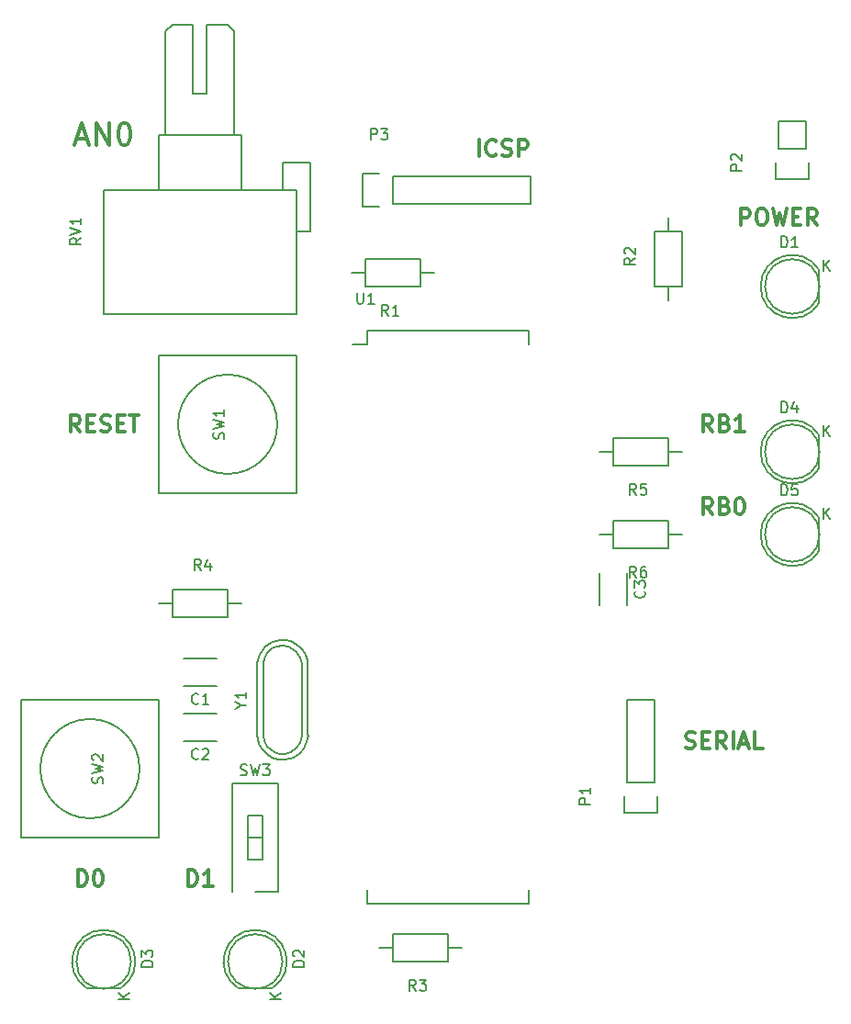
<source format=gbr>
G04 #@! TF.FileFunction,Legend,Top*
%FSLAX46Y46*%
G04 Gerber Fmt 4.6, Leading zero omitted, Abs format (unit mm)*
G04 Created by KiCad (PCBNEW 4.0.2+dfsg1-stable) date Sex 01 Abr 2016 09:35:36 BRT*
%MOMM*%
G01*
G04 APERTURE LIST*
%ADD10C,0.100000*%
%ADD11C,0.300000*%
%ADD12C,0.150000*%
G04 APERTURE END LIST*
D10*
D11*
X115840001Y-60368571D02*
X115340001Y-59654286D01*
X114982858Y-60368571D02*
X114982858Y-58868571D01*
X115554286Y-58868571D01*
X115697144Y-58940000D01*
X115768572Y-59011429D01*
X115840001Y-59154286D01*
X115840001Y-59368571D01*
X115768572Y-59511429D01*
X115697144Y-59582857D01*
X115554286Y-59654286D01*
X114982858Y-59654286D01*
X116982858Y-59582857D02*
X117197144Y-59654286D01*
X117268572Y-59725714D01*
X117340001Y-59868571D01*
X117340001Y-60082857D01*
X117268572Y-60225714D01*
X117197144Y-60297143D01*
X117054286Y-60368571D01*
X116482858Y-60368571D01*
X116482858Y-58868571D01*
X116982858Y-58868571D01*
X117125715Y-58940000D01*
X117197144Y-59011429D01*
X117268572Y-59154286D01*
X117268572Y-59297143D01*
X117197144Y-59440000D01*
X117125715Y-59511429D01*
X116982858Y-59582857D01*
X116482858Y-59582857D01*
X118768572Y-60368571D02*
X117911429Y-60368571D01*
X118340001Y-60368571D02*
X118340001Y-58868571D01*
X118197144Y-59082857D01*
X118054286Y-59225714D01*
X117911429Y-59297143D01*
X115840001Y-67988571D02*
X115340001Y-67274286D01*
X114982858Y-67988571D02*
X114982858Y-66488571D01*
X115554286Y-66488571D01*
X115697144Y-66560000D01*
X115768572Y-66631429D01*
X115840001Y-66774286D01*
X115840001Y-66988571D01*
X115768572Y-67131429D01*
X115697144Y-67202857D01*
X115554286Y-67274286D01*
X114982858Y-67274286D01*
X116982858Y-67202857D02*
X117197144Y-67274286D01*
X117268572Y-67345714D01*
X117340001Y-67488571D01*
X117340001Y-67702857D01*
X117268572Y-67845714D01*
X117197144Y-67917143D01*
X117054286Y-67988571D01*
X116482858Y-67988571D01*
X116482858Y-66488571D01*
X116982858Y-66488571D01*
X117125715Y-66560000D01*
X117197144Y-66631429D01*
X117268572Y-66774286D01*
X117268572Y-66917143D01*
X117197144Y-67060000D01*
X117125715Y-67131429D01*
X116982858Y-67202857D01*
X116482858Y-67202857D01*
X118268572Y-66488571D02*
X118411429Y-66488571D01*
X118554286Y-66560000D01*
X118625715Y-66631429D01*
X118697144Y-66774286D01*
X118768572Y-67060000D01*
X118768572Y-67417143D01*
X118697144Y-67702857D01*
X118625715Y-67845714D01*
X118554286Y-67917143D01*
X118411429Y-67988571D01*
X118268572Y-67988571D01*
X118125715Y-67917143D01*
X118054286Y-67845714D01*
X117982858Y-67702857D01*
X117911429Y-67417143D01*
X117911429Y-67060000D01*
X117982858Y-66774286D01*
X118054286Y-66631429D01*
X118125715Y-66560000D01*
X118268572Y-66488571D01*
X67472858Y-102278571D02*
X67472858Y-100778571D01*
X67830001Y-100778571D01*
X68044286Y-100850000D01*
X68187144Y-100992857D01*
X68258572Y-101135714D01*
X68330001Y-101421429D01*
X68330001Y-101635714D01*
X68258572Y-101921429D01*
X68187144Y-102064286D01*
X68044286Y-102207143D01*
X67830001Y-102278571D01*
X67472858Y-102278571D01*
X69758572Y-102278571D02*
X68901429Y-102278571D01*
X69330001Y-102278571D02*
X69330001Y-100778571D01*
X69187144Y-100992857D01*
X69044286Y-101135714D01*
X68901429Y-101207143D01*
X57312858Y-102278571D02*
X57312858Y-100778571D01*
X57670001Y-100778571D01*
X57884286Y-100850000D01*
X58027144Y-100992857D01*
X58098572Y-101135714D01*
X58170001Y-101421429D01*
X58170001Y-101635714D01*
X58098572Y-101921429D01*
X58027144Y-102064286D01*
X57884286Y-102207143D01*
X57670001Y-102278571D01*
X57312858Y-102278571D01*
X59098572Y-100778571D02*
X59241429Y-100778571D01*
X59384286Y-100850000D01*
X59455715Y-100921429D01*
X59527144Y-101064286D01*
X59598572Y-101350000D01*
X59598572Y-101707143D01*
X59527144Y-101992857D01*
X59455715Y-102135714D01*
X59384286Y-102207143D01*
X59241429Y-102278571D01*
X59098572Y-102278571D01*
X58955715Y-102207143D01*
X58884286Y-102135714D01*
X58812858Y-101992857D01*
X58741429Y-101707143D01*
X58741429Y-101350000D01*
X58812858Y-101064286D01*
X58884286Y-100921429D01*
X58955715Y-100850000D01*
X59098572Y-100778571D01*
X113375714Y-89507143D02*
X113590000Y-89578571D01*
X113947143Y-89578571D01*
X114090000Y-89507143D01*
X114161429Y-89435714D01*
X114232857Y-89292857D01*
X114232857Y-89150000D01*
X114161429Y-89007143D01*
X114090000Y-88935714D01*
X113947143Y-88864286D01*
X113661429Y-88792857D01*
X113518571Y-88721429D01*
X113447143Y-88650000D01*
X113375714Y-88507143D01*
X113375714Y-88364286D01*
X113447143Y-88221429D01*
X113518571Y-88150000D01*
X113661429Y-88078571D01*
X114018571Y-88078571D01*
X114232857Y-88150000D01*
X114875714Y-88792857D02*
X115375714Y-88792857D01*
X115590000Y-89578571D02*
X114875714Y-89578571D01*
X114875714Y-88078571D01*
X115590000Y-88078571D01*
X117090000Y-89578571D02*
X116590000Y-88864286D01*
X116232857Y-89578571D02*
X116232857Y-88078571D01*
X116804285Y-88078571D01*
X116947143Y-88150000D01*
X117018571Y-88221429D01*
X117090000Y-88364286D01*
X117090000Y-88578571D01*
X117018571Y-88721429D01*
X116947143Y-88792857D01*
X116804285Y-88864286D01*
X116232857Y-88864286D01*
X117732857Y-89578571D02*
X117732857Y-88078571D01*
X118375714Y-89150000D02*
X119090000Y-89150000D01*
X118232857Y-89578571D02*
X118732857Y-88078571D01*
X119232857Y-89578571D01*
X120447143Y-89578571D02*
X119732857Y-89578571D01*
X119732857Y-88078571D01*
X118455714Y-41318571D02*
X118455714Y-39818571D01*
X119027142Y-39818571D01*
X119170000Y-39890000D01*
X119241428Y-39961429D01*
X119312857Y-40104286D01*
X119312857Y-40318571D01*
X119241428Y-40461429D01*
X119170000Y-40532857D01*
X119027142Y-40604286D01*
X118455714Y-40604286D01*
X120241428Y-39818571D02*
X120527142Y-39818571D01*
X120670000Y-39890000D01*
X120812857Y-40032857D01*
X120884285Y-40318571D01*
X120884285Y-40818571D01*
X120812857Y-41104286D01*
X120670000Y-41247143D01*
X120527142Y-41318571D01*
X120241428Y-41318571D01*
X120098571Y-41247143D01*
X119955714Y-41104286D01*
X119884285Y-40818571D01*
X119884285Y-40318571D01*
X119955714Y-40032857D01*
X120098571Y-39890000D01*
X120241428Y-39818571D01*
X121384286Y-39818571D02*
X121741429Y-41318571D01*
X122027143Y-40247143D01*
X122312857Y-41318571D01*
X122670000Y-39818571D01*
X123241429Y-40532857D02*
X123741429Y-40532857D01*
X123955715Y-41318571D02*
X123241429Y-41318571D01*
X123241429Y-39818571D01*
X123955715Y-39818571D01*
X125455715Y-41318571D02*
X124955715Y-40604286D01*
X124598572Y-41318571D02*
X124598572Y-39818571D01*
X125170000Y-39818571D01*
X125312858Y-39890000D01*
X125384286Y-39961429D01*
X125455715Y-40104286D01*
X125455715Y-40318571D01*
X125384286Y-40461429D01*
X125312858Y-40532857D01*
X125170000Y-40604286D01*
X124598572Y-40604286D01*
X94305715Y-34968571D02*
X94305715Y-33468571D01*
X95877144Y-34825714D02*
X95805715Y-34897143D01*
X95591429Y-34968571D01*
X95448572Y-34968571D01*
X95234287Y-34897143D01*
X95091429Y-34754286D01*
X95020001Y-34611429D01*
X94948572Y-34325714D01*
X94948572Y-34111429D01*
X95020001Y-33825714D01*
X95091429Y-33682857D01*
X95234287Y-33540000D01*
X95448572Y-33468571D01*
X95591429Y-33468571D01*
X95805715Y-33540000D01*
X95877144Y-33611429D01*
X96448572Y-34897143D02*
X96662858Y-34968571D01*
X97020001Y-34968571D01*
X97162858Y-34897143D01*
X97234287Y-34825714D01*
X97305715Y-34682857D01*
X97305715Y-34540000D01*
X97234287Y-34397143D01*
X97162858Y-34325714D01*
X97020001Y-34254286D01*
X96734287Y-34182857D01*
X96591429Y-34111429D01*
X96520001Y-34040000D01*
X96448572Y-33897143D01*
X96448572Y-33754286D01*
X96520001Y-33611429D01*
X96591429Y-33540000D01*
X96734287Y-33468571D01*
X97091429Y-33468571D01*
X97305715Y-33540000D01*
X97948572Y-34968571D02*
X97948572Y-33468571D01*
X98520000Y-33468571D01*
X98662858Y-33540000D01*
X98734286Y-33611429D01*
X98805715Y-33754286D01*
X98805715Y-33968571D01*
X98734286Y-34111429D01*
X98662858Y-34182857D01*
X98520000Y-34254286D01*
X97948572Y-34254286D01*
X57511429Y-60368571D02*
X57011429Y-59654286D01*
X56654286Y-60368571D02*
X56654286Y-58868571D01*
X57225714Y-58868571D01*
X57368572Y-58940000D01*
X57440000Y-59011429D01*
X57511429Y-59154286D01*
X57511429Y-59368571D01*
X57440000Y-59511429D01*
X57368572Y-59582857D01*
X57225714Y-59654286D01*
X56654286Y-59654286D01*
X58154286Y-59582857D02*
X58654286Y-59582857D01*
X58868572Y-60368571D02*
X58154286Y-60368571D01*
X58154286Y-58868571D01*
X58868572Y-58868571D01*
X59440000Y-60297143D02*
X59654286Y-60368571D01*
X60011429Y-60368571D01*
X60154286Y-60297143D01*
X60225715Y-60225714D01*
X60297143Y-60082857D01*
X60297143Y-59940000D01*
X60225715Y-59797143D01*
X60154286Y-59725714D01*
X60011429Y-59654286D01*
X59725715Y-59582857D01*
X59582857Y-59511429D01*
X59511429Y-59440000D01*
X59440000Y-59297143D01*
X59440000Y-59154286D01*
X59511429Y-59011429D01*
X59582857Y-58940000D01*
X59725715Y-58868571D01*
X60082857Y-58868571D01*
X60297143Y-58940000D01*
X60940000Y-59582857D02*
X61440000Y-59582857D01*
X61654286Y-60368571D02*
X60940000Y-60368571D01*
X60940000Y-58868571D01*
X61654286Y-58868571D01*
X62082857Y-58868571D02*
X62940000Y-58868571D01*
X62511429Y-60368571D02*
X62511429Y-58868571D01*
X57213809Y-33353333D02*
X58166190Y-33353333D01*
X57023333Y-33924762D02*
X57690000Y-31924762D01*
X58356667Y-33924762D01*
X59023333Y-33924762D02*
X59023333Y-31924762D01*
X60166191Y-33924762D01*
X60166191Y-31924762D01*
X61499524Y-31924762D02*
X61690000Y-31924762D01*
X61880476Y-32020000D01*
X61975714Y-32115238D01*
X62070952Y-32305714D01*
X62166191Y-32686667D01*
X62166191Y-33162857D01*
X62070952Y-33543810D01*
X61975714Y-33734286D01*
X61880476Y-33829524D01*
X61690000Y-33924762D01*
X61499524Y-33924762D01*
X61309048Y-33829524D01*
X61213810Y-33734286D01*
X61118571Y-33543810D01*
X61023333Y-33162857D01*
X61023333Y-32686667D01*
X61118571Y-32305714D01*
X61213810Y-32115238D01*
X61309048Y-32020000D01*
X61499524Y-31924762D01*
D12*
X70100000Y-83800000D02*
X67100000Y-83800000D01*
X67100000Y-81300000D02*
X70100000Y-81300000D01*
X70100000Y-88880000D02*
X67100000Y-88880000D01*
X67100000Y-86380000D02*
X70100000Y-86380000D01*
X107930000Y-73410000D02*
X107930000Y-76410000D01*
X105430000Y-76410000D02*
X105430000Y-73410000D01*
X125674888Y-45465096D02*
G75*
G03X125690000Y-48490000I-2484888J-1524904D01*
G01*
X125690000Y-45490000D02*
X125690000Y-48490000D01*
X125707936Y-46990000D02*
G75*
G03X125707936Y-46990000I-2517936J0D01*
G01*
X75184904Y-111704888D02*
G75*
G03X72160000Y-111720000I-1524904J2484888D01*
G01*
X75160000Y-111720000D02*
X72160000Y-111720000D01*
X76177936Y-109220000D02*
G75*
G03X76177936Y-109220000I-2517936J0D01*
G01*
X61214904Y-111704888D02*
G75*
G03X58190000Y-111720000I-1524904J2484888D01*
G01*
X61190000Y-111720000D02*
X58190000Y-111720000D01*
X62207936Y-109220000D02*
G75*
G03X62207936Y-109220000I-2517936J0D01*
G01*
X125674888Y-60705096D02*
G75*
G03X125690000Y-63730000I-2484888J-1524904D01*
G01*
X125690000Y-60730000D02*
X125690000Y-63730000D01*
X125707936Y-62230000D02*
G75*
G03X125707936Y-62230000I-2517936J0D01*
G01*
X125674888Y-68325096D02*
G75*
G03X125690000Y-71350000I-2484888J-1524904D01*
G01*
X125690000Y-68350000D02*
X125690000Y-71350000D01*
X125707936Y-69850000D02*
G75*
G03X125707936Y-69850000I-2517936J0D01*
G01*
X107950000Y-92710000D02*
X107950000Y-85090000D01*
X110490000Y-92710000D02*
X110490000Y-85090000D01*
X110770000Y-95530000D02*
X110770000Y-93980000D01*
X107950000Y-85090000D02*
X110490000Y-85090000D01*
X110490000Y-92710000D02*
X107950000Y-92710000D01*
X107670000Y-93980000D02*
X107670000Y-95530000D01*
X107670000Y-95530000D02*
X110770000Y-95530000D01*
X124740000Y-37110000D02*
X124740000Y-35560000D01*
X124460000Y-31750000D02*
X124460000Y-34290000D01*
X124460000Y-34290000D02*
X121920000Y-34290000D01*
X121640000Y-35560000D02*
X121640000Y-37110000D01*
X121640000Y-37110000D02*
X124740000Y-37110000D01*
X121920000Y-34290000D02*
X121920000Y-31750000D01*
X121920000Y-31750000D02*
X124460000Y-31750000D01*
X86360000Y-39370000D02*
X99060000Y-39370000D01*
X99060000Y-39370000D02*
X99060000Y-36830000D01*
X99060000Y-36830000D02*
X86360000Y-36830000D01*
X83540000Y-39650000D02*
X85090000Y-39650000D01*
X86360000Y-39370000D02*
X86360000Y-36830000D01*
X85090000Y-36550000D02*
X83540000Y-36550000D01*
X83540000Y-36550000D02*
X83540000Y-39650000D01*
X88900000Y-46990000D02*
X83820000Y-46990000D01*
X83820000Y-46990000D02*
X83820000Y-44450000D01*
X83820000Y-44450000D02*
X88900000Y-44450000D01*
X88900000Y-44450000D02*
X88900000Y-46990000D01*
X88900000Y-45720000D02*
X90170000Y-45720000D01*
X83820000Y-45720000D02*
X82550000Y-45720000D01*
X110490000Y-46990000D02*
X110490000Y-41910000D01*
X110490000Y-41910000D02*
X113030000Y-41910000D01*
X113030000Y-41910000D02*
X113030000Y-46990000D01*
X113030000Y-46990000D02*
X110490000Y-46990000D01*
X111760000Y-46990000D02*
X111760000Y-48260000D01*
X111760000Y-41910000D02*
X111760000Y-40640000D01*
X91440000Y-109220000D02*
X86360000Y-109220000D01*
X86360000Y-109220000D02*
X86360000Y-106680000D01*
X86360000Y-106680000D02*
X91440000Y-106680000D01*
X91440000Y-106680000D02*
X91440000Y-109220000D01*
X91440000Y-107950000D02*
X92710000Y-107950000D01*
X86360000Y-107950000D02*
X85090000Y-107950000D01*
X66040000Y-74930000D02*
X71120000Y-74930000D01*
X71120000Y-74930000D02*
X71120000Y-77470000D01*
X71120000Y-77470000D02*
X66040000Y-77470000D01*
X66040000Y-77470000D02*
X66040000Y-74930000D01*
X66040000Y-76200000D02*
X64770000Y-76200000D01*
X71120000Y-76200000D02*
X72390000Y-76200000D01*
X111760000Y-63500000D02*
X106680000Y-63500000D01*
X106680000Y-63500000D02*
X106680000Y-60960000D01*
X106680000Y-60960000D02*
X111760000Y-60960000D01*
X111760000Y-60960000D02*
X111760000Y-63500000D01*
X111760000Y-62230000D02*
X113030000Y-62230000D01*
X106680000Y-62230000D02*
X105410000Y-62230000D01*
X111760000Y-71120000D02*
X106680000Y-71120000D01*
X106680000Y-71120000D02*
X106680000Y-68580000D01*
X106680000Y-68580000D02*
X111760000Y-68580000D01*
X111760000Y-68580000D02*
X111760000Y-71120000D01*
X111760000Y-69850000D02*
X113030000Y-69850000D01*
X106680000Y-69850000D02*
X105410000Y-69850000D01*
X67945000Y-22860000D02*
X66040000Y-22860000D01*
X71120000Y-22860000D02*
X69215000Y-22860000D01*
X67945000Y-29210000D02*
X69215000Y-29210000D01*
X78740000Y-41910000D02*
X78740000Y-35560000D01*
X78740000Y-35560000D02*
X76200000Y-35560000D01*
X76200000Y-35560000D02*
X76200000Y-38100000D01*
X78740000Y-41910000D02*
X77470000Y-41910000D01*
X69215000Y-29210000D02*
X69215000Y-22860000D01*
X67945000Y-22860000D02*
X67945000Y-29210000D01*
X65405000Y-33020000D02*
X65405000Y-23495000D01*
X65405000Y-23495000D02*
X66040000Y-22860000D01*
X71120000Y-22860000D02*
X71755000Y-23495000D01*
X71755000Y-23495000D02*
X71755000Y-33020000D01*
X64770000Y-38100000D02*
X64770000Y-33020000D01*
X64770000Y-33020000D02*
X72390000Y-33020000D01*
X72390000Y-33020000D02*
X72390000Y-38100000D01*
X59690000Y-38100000D02*
X77470000Y-38100000D01*
X77470000Y-38100000D02*
X77470000Y-49530000D01*
X77470000Y-49530000D02*
X59690000Y-49530000D01*
X59690000Y-49530000D02*
X59690000Y-38100000D01*
X75699050Y-59690000D02*
G75*
G03X75699050Y-59690000I-4579050J0D01*
G01*
X64770000Y-66040000D02*
X64770000Y-53340000D01*
X64770000Y-53340000D02*
X77470000Y-53340000D01*
X77470000Y-53340000D02*
X77470000Y-66040000D01*
X77470000Y-66040000D02*
X64770000Y-66040000D01*
X62999050Y-91440000D02*
G75*
G03X62999050Y-91440000I-4579050J0D01*
G01*
X64770000Y-85090000D02*
X64770000Y-97790000D01*
X64770000Y-97790000D02*
X52070000Y-97790000D01*
X52070000Y-97790000D02*
X52070000Y-85090000D01*
X52070000Y-85090000D02*
X64770000Y-85090000D01*
X71510000Y-92770000D02*
X75810000Y-92770000D01*
X73660000Y-102810000D02*
X75810000Y-102810000D01*
X71510000Y-92770000D02*
X71510000Y-102810000D01*
X75810000Y-92770000D02*
X75810000Y-102810000D01*
X73020000Y-97790000D02*
X74300000Y-97790000D01*
X73020000Y-95760000D02*
X73020000Y-99820000D01*
X73020000Y-99820000D02*
X74300000Y-99820000D01*
X74300000Y-99820000D02*
X74300000Y-95760000D01*
X74300000Y-95760000D02*
X73020000Y-95760000D01*
X83955000Y-51045000D02*
X83955000Y-52315000D01*
X98925000Y-51045000D02*
X98925000Y-52315000D01*
X98925000Y-103895000D02*
X98925000Y-102625000D01*
X83955000Y-103895000D02*
X83955000Y-102625000D01*
X83955000Y-51045000D02*
X98925000Y-51045000D01*
X83955000Y-103895000D02*
X98925000Y-103895000D01*
X83955000Y-52315000D02*
X82670000Y-52315000D01*
X75199240Y-80391000D02*
X75600560Y-80190340D01*
X75600560Y-80190340D02*
X76200000Y-80088740D01*
X76200000Y-80088740D02*
X76700380Y-80190340D01*
X76700380Y-80190340D02*
X77398880Y-80589120D01*
X77398880Y-80589120D02*
X77800200Y-81191100D01*
X77800200Y-81191100D02*
X78000860Y-81790540D01*
X78000860Y-81790540D02*
X78000860Y-88389460D01*
X78000860Y-88389460D02*
X77800200Y-89090500D01*
X77800200Y-89090500D02*
X77500480Y-89489280D01*
X77500480Y-89489280D02*
X77000100Y-89890600D01*
X77000100Y-89890600D02*
X76400660Y-90091260D01*
X76400660Y-90091260D02*
X75900280Y-90091260D01*
X75900280Y-90091260D02*
X75399900Y-89890600D01*
X75399900Y-89890600D02*
X74800460Y-89390220D01*
X74800460Y-89390220D02*
X74500740Y-88889840D01*
X74500740Y-88889840D02*
X74399140Y-88389460D01*
X74399140Y-88290400D02*
X74399140Y-81688940D01*
X74399140Y-81688940D02*
X74500740Y-81290160D01*
X74500740Y-81290160D02*
X74800460Y-80789780D01*
X74800460Y-80789780D02*
X75300840Y-80289400D01*
X73870820Y-88280240D02*
X73919080Y-88739980D01*
X73919080Y-88739980D02*
X74030840Y-89138760D01*
X74030840Y-89138760D02*
X74249280Y-89570560D01*
X74249280Y-89570560D02*
X74480420Y-89860120D01*
X74480420Y-89860120D02*
X74830940Y-90190320D01*
X74830940Y-90190320D02*
X75369420Y-90479880D01*
X75369420Y-90479880D02*
X75968860Y-90609420D01*
X75968860Y-90609420D02*
X76479400Y-90609420D01*
X76479400Y-90609420D02*
X77180440Y-90439240D01*
X77180440Y-90439240D02*
X77769720Y-90040460D01*
X77769720Y-90040460D02*
X78140560Y-89580720D01*
X78140560Y-89580720D02*
X78348840Y-89159080D01*
X78348840Y-89159080D02*
X78508860Y-88709500D01*
X78508860Y-88709500D02*
X78539340Y-88270080D01*
X78320900Y-80929480D02*
X78099920Y-80551020D01*
X78099920Y-80551020D02*
X77820520Y-80230980D01*
X77820520Y-80230980D02*
X77490320Y-79979520D01*
X77490320Y-79979520D02*
X76939140Y-79679800D01*
X76939140Y-79679800D02*
X76469240Y-79570580D01*
X76469240Y-79570580D02*
X76009500Y-79550260D01*
X76009500Y-79550260D02*
X75549760Y-79639160D01*
X75549760Y-79639160D02*
X75100180Y-79829660D01*
X75100180Y-79829660D02*
X74630280Y-80190340D01*
X74630280Y-80190340D02*
X74310240Y-80540860D01*
X74310240Y-80540860D02*
X74079100Y-80929480D01*
X74079100Y-80929480D02*
X73939400Y-81358740D01*
X73939400Y-81358740D02*
X73870820Y-81800700D01*
X78529180Y-88290400D02*
X78529180Y-81838800D01*
X78529180Y-81838800D02*
X78491080Y-81419700D01*
X78491080Y-81419700D02*
X78320900Y-80929480D01*
X73870820Y-88290400D02*
X73870820Y-81838800D01*
X68433334Y-85407143D02*
X68385715Y-85454762D01*
X68242858Y-85502381D01*
X68147620Y-85502381D01*
X68004762Y-85454762D01*
X67909524Y-85359524D01*
X67861905Y-85264286D01*
X67814286Y-85073810D01*
X67814286Y-84930952D01*
X67861905Y-84740476D01*
X67909524Y-84645238D01*
X68004762Y-84550000D01*
X68147620Y-84502381D01*
X68242858Y-84502381D01*
X68385715Y-84550000D01*
X68433334Y-84597619D01*
X69385715Y-85502381D02*
X68814286Y-85502381D01*
X69100000Y-85502381D02*
X69100000Y-84502381D01*
X69004762Y-84645238D01*
X68909524Y-84740476D01*
X68814286Y-84788095D01*
X68433334Y-90487143D02*
X68385715Y-90534762D01*
X68242858Y-90582381D01*
X68147620Y-90582381D01*
X68004762Y-90534762D01*
X67909524Y-90439524D01*
X67861905Y-90344286D01*
X67814286Y-90153810D01*
X67814286Y-90010952D01*
X67861905Y-89820476D01*
X67909524Y-89725238D01*
X68004762Y-89630000D01*
X68147620Y-89582381D01*
X68242858Y-89582381D01*
X68385715Y-89630000D01*
X68433334Y-89677619D01*
X68814286Y-89677619D02*
X68861905Y-89630000D01*
X68957143Y-89582381D01*
X69195239Y-89582381D01*
X69290477Y-89630000D01*
X69338096Y-89677619D01*
X69385715Y-89772857D01*
X69385715Y-89868095D01*
X69338096Y-90010952D01*
X68766667Y-90582381D01*
X69385715Y-90582381D01*
X109537143Y-75076666D02*
X109584762Y-75124285D01*
X109632381Y-75267142D01*
X109632381Y-75362380D01*
X109584762Y-75505238D01*
X109489524Y-75600476D01*
X109394286Y-75648095D01*
X109203810Y-75695714D01*
X109060952Y-75695714D01*
X108870476Y-75648095D01*
X108775238Y-75600476D01*
X108680000Y-75505238D01*
X108632381Y-75362380D01*
X108632381Y-75267142D01*
X108680000Y-75124285D01*
X108727619Y-75076666D01*
X108632381Y-74743333D02*
X108632381Y-74124285D01*
X109013333Y-74457619D01*
X109013333Y-74314761D01*
X109060952Y-74219523D01*
X109108571Y-74171904D01*
X109203810Y-74124285D01*
X109441905Y-74124285D01*
X109537143Y-74171904D01*
X109584762Y-74219523D01*
X109632381Y-74314761D01*
X109632381Y-74600476D01*
X109584762Y-74695714D01*
X109537143Y-74743333D01*
X122197905Y-43378381D02*
X122197905Y-42378381D01*
X122436000Y-42378381D01*
X122578858Y-42426000D01*
X122674096Y-42521238D01*
X122721715Y-42616476D01*
X122769334Y-42806952D01*
X122769334Y-42949810D01*
X122721715Y-43140286D01*
X122674096Y-43235524D01*
X122578858Y-43330762D01*
X122436000Y-43378381D01*
X122197905Y-43378381D01*
X123721715Y-43378381D02*
X123150286Y-43378381D01*
X123436000Y-43378381D02*
X123436000Y-42378381D01*
X123340762Y-42521238D01*
X123245524Y-42616476D01*
X123150286Y-42664095D01*
X126103095Y-45537381D02*
X126103095Y-44537381D01*
X126674524Y-45537381D02*
X126245952Y-44965952D01*
X126674524Y-44537381D02*
X126103095Y-45108810D01*
X78176381Y-109704095D02*
X77176381Y-109704095D01*
X77176381Y-109466000D01*
X77224000Y-109323142D01*
X77319238Y-109227904D01*
X77414476Y-109180285D01*
X77604952Y-109132666D01*
X77747810Y-109132666D01*
X77938286Y-109180285D01*
X78033524Y-109227904D01*
X78128762Y-109323142D01*
X78176381Y-109466000D01*
X78176381Y-109704095D01*
X77271619Y-108751714D02*
X77224000Y-108704095D01*
X77176381Y-108608857D01*
X77176381Y-108370761D01*
X77224000Y-108275523D01*
X77271619Y-108227904D01*
X77366857Y-108180285D01*
X77462095Y-108180285D01*
X77604952Y-108227904D01*
X78176381Y-108799333D01*
X78176381Y-108180285D01*
X76017381Y-112656905D02*
X75017381Y-112656905D01*
X76017381Y-112085476D02*
X75445952Y-112514048D01*
X75017381Y-112085476D02*
X75588810Y-112656905D01*
X64206381Y-109704095D02*
X63206381Y-109704095D01*
X63206381Y-109466000D01*
X63254000Y-109323142D01*
X63349238Y-109227904D01*
X63444476Y-109180285D01*
X63634952Y-109132666D01*
X63777810Y-109132666D01*
X63968286Y-109180285D01*
X64063524Y-109227904D01*
X64158762Y-109323142D01*
X64206381Y-109466000D01*
X64206381Y-109704095D01*
X63206381Y-108799333D02*
X63206381Y-108180285D01*
X63587333Y-108513619D01*
X63587333Y-108370761D01*
X63634952Y-108275523D01*
X63682571Y-108227904D01*
X63777810Y-108180285D01*
X64015905Y-108180285D01*
X64111143Y-108227904D01*
X64158762Y-108275523D01*
X64206381Y-108370761D01*
X64206381Y-108656476D01*
X64158762Y-108751714D01*
X64111143Y-108799333D01*
X62047381Y-112656905D02*
X61047381Y-112656905D01*
X62047381Y-112085476D02*
X61475952Y-112514048D01*
X61047381Y-112085476D02*
X61618810Y-112656905D01*
X122197905Y-58618381D02*
X122197905Y-57618381D01*
X122436000Y-57618381D01*
X122578858Y-57666000D01*
X122674096Y-57761238D01*
X122721715Y-57856476D01*
X122769334Y-58046952D01*
X122769334Y-58189810D01*
X122721715Y-58380286D01*
X122674096Y-58475524D01*
X122578858Y-58570762D01*
X122436000Y-58618381D01*
X122197905Y-58618381D01*
X123626477Y-57951714D02*
X123626477Y-58618381D01*
X123388381Y-57570762D02*
X123150286Y-58285048D01*
X123769334Y-58285048D01*
X126103095Y-60777381D02*
X126103095Y-59777381D01*
X126674524Y-60777381D02*
X126245952Y-60205952D01*
X126674524Y-59777381D02*
X126103095Y-60348810D01*
X122197905Y-66238381D02*
X122197905Y-65238381D01*
X122436000Y-65238381D01*
X122578858Y-65286000D01*
X122674096Y-65381238D01*
X122721715Y-65476476D01*
X122769334Y-65666952D01*
X122769334Y-65809810D01*
X122721715Y-66000286D01*
X122674096Y-66095524D01*
X122578858Y-66190762D01*
X122436000Y-66238381D01*
X122197905Y-66238381D01*
X123674096Y-65238381D02*
X123197905Y-65238381D01*
X123150286Y-65714571D01*
X123197905Y-65666952D01*
X123293143Y-65619333D01*
X123531239Y-65619333D01*
X123626477Y-65666952D01*
X123674096Y-65714571D01*
X123721715Y-65809810D01*
X123721715Y-66047905D01*
X123674096Y-66143143D01*
X123626477Y-66190762D01*
X123531239Y-66238381D01*
X123293143Y-66238381D01*
X123197905Y-66190762D01*
X123150286Y-66143143D01*
X126103095Y-68397381D02*
X126103095Y-67397381D01*
X126674524Y-68397381D02*
X126245952Y-67825952D01*
X126674524Y-67397381D02*
X126103095Y-67968810D01*
X104572381Y-94718095D02*
X103572381Y-94718095D01*
X103572381Y-94337142D01*
X103620000Y-94241904D01*
X103667619Y-94194285D01*
X103762857Y-94146666D01*
X103905714Y-94146666D01*
X104000952Y-94194285D01*
X104048571Y-94241904D01*
X104096190Y-94337142D01*
X104096190Y-94718095D01*
X104572381Y-93194285D02*
X104572381Y-93765714D01*
X104572381Y-93480000D02*
X103572381Y-93480000D01*
X103715238Y-93575238D01*
X103810476Y-93670476D01*
X103858095Y-93765714D01*
X118542381Y-36298095D02*
X117542381Y-36298095D01*
X117542381Y-35917142D01*
X117590000Y-35821904D01*
X117637619Y-35774285D01*
X117732857Y-35726666D01*
X117875714Y-35726666D01*
X117970952Y-35774285D01*
X118018571Y-35821904D01*
X118066190Y-35917142D01*
X118066190Y-36298095D01*
X117637619Y-35345714D02*
X117590000Y-35298095D01*
X117542381Y-35202857D01*
X117542381Y-34964761D01*
X117590000Y-34869523D01*
X117637619Y-34821904D01*
X117732857Y-34774285D01*
X117828095Y-34774285D01*
X117970952Y-34821904D01*
X118542381Y-35393333D01*
X118542381Y-34774285D01*
X84351905Y-33452381D02*
X84351905Y-32452381D01*
X84732858Y-32452381D01*
X84828096Y-32500000D01*
X84875715Y-32547619D01*
X84923334Y-32642857D01*
X84923334Y-32785714D01*
X84875715Y-32880952D01*
X84828096Y-32928571D01*
X84732858Y-32976190D01*
X84351905Y-32976190D01*
X85256667Y-32452381D02*
X85875715Y-32452381D01*
X85542381Y-32833333D01*
X85685239Y-32833333D01*
X85780477Y-32880952D01*
X85828096Y-32928571D01*
X85875715Y-33023810D01*
X85875715Y-33261905D01*
X85828096Y-33357143D01*
X85780477Y-33404762D01*
X85685239Y-33452381D01*
X85399524Y-33452381D01*
X85304286Y-33404762D01*
X85256667Y-33357143D01*
X85944414Y-49672501D02*
X85611080Y-49196310D01*
X85372985Y-49672501D02*
X85372985Y-48672501D01*
X85753938Y-48672501D01*
X85849176Y-48720120D01*
X85896795Y-48767739D01*
X85944414Y-48862977D01*
X85944414Y-49005834D01*
X85896795Y-49101072D01*
X85849176Y-49148691D01*
X85753938Y-49196310D01*
X85372985Y-49196310D01*
X86896795Y-49672501D02*
X86325366Y-49672501D01*
X86611080Y-49672501D02*
X86611080Y-48672501D01*
X86515842Y-48815358D01*
X86420604Y-48910596D01*
X86325366Y-48958215D01*
X108712261Y-44367746D02*
X108236070Y-44701080D01*
X108712261Y-44939175D02*
X107712261Y-44939175D01*
X107712261Y-44558222D01*
X107759880Y-44462984D01*
X107807499Y-44415365D01*
X107902737Y-44367746D01*
X108045594Y-44367746D01*
X108140832Y-44415365D01*
X108188451Y-44462984D01*
X108236070Y-44558222D01*
X108236070Y-44939175D01*
X107807499Y-43986794D02*
X107759880Y-43939175D01*
X107712261Y-43843937D01*
X107712261Y-43605841D01*
X107759880Y-43510603D01*
X107807499Y-43462984D01*
X107902737Y-43415365D01*
X107997975Y-43415365D01*
X108140832Y-43462984D01*
X108712261Y-44034413D01*
X108712261Y-43415365D01*
X88484414Y-111902501D02*
X88151080Y-111426310D01*
X87912985Y-111902501D02*
X87912985Y-110902501D01*
X88293938Y-110902501D01*
X88389176Y-110950120D01*
X88436795Y-110997739D01*
X88484414Y-111092977D01*
X88484414Y-111235834D01*
X88436795Y-111331072D01*
X88389176Y-111378691D01*
X88293938Y-111426310D01*
X87912985Y-111426310D01*
X88817747Y-110902501D02*
X89436795Y-110902501D01*
X89103461Y-111283453D01*
X89246319Y-111283453D01*
X89341557Y-111331072D01*
X89389176Y-111378691D01*
X89436795Y-111473930D01*
X89436795Y-111712025D01*
X89389176Y-111807263D01*
X89341557Y-111854882D01*
X89246319Y-111902501D01*
X88960604Y-111902501D01*
X88865366Y-111854882D01*
X88817747Y-111807263D01*
X68662254Y-73152261D02*
X68328920Y-72676070D01*
X68090825Y-73152261D02*
X68090825Y-72152261D01*
X68471778Y-72152261D01*
X68567016Y-72199880D01*
X68614635Y-72247499D01*
X68662254Y-72342737D01*
X68662254Y-72485594D01*
X68614635Y-72580832D01*
X68567016Y-72628451D01*
X68471778Y-72676070D01*
X68090825Y-72676070D01*
X69519397Y-72485594D02*
X69519397Y-73152261D01*
X69281301Y-72104642D02*
X69043206Y-72818928D01*
X69662254Y-72818928D01*
X108804414Y-66182501D02*
X108471080Y-65706310D01*
X108232985Y-66182501D02*
X108232985Y-65182501D01*
X108613938Y-65182501D01*
X108709176Y-65230120D01*
X108756795Y-65277739D01*
X108804414Y-65372977D01*
X108804414Y-65515834D01*
X108756795Y-65611072D01*
X108709176Y-65658691D01*
X108613938Y-65706310D01*
X108232985Y-65706310D01*
X109709176Y-65182501D02*
X109232985Y-65182501D01*
X109185366Y-65658691D01*
X109232985Y-65611072D01*
X109328223Y-65563453D01*
X109566319Y-65563453D01*
X109661557Y-65611072D01*
X109709176Y-65658691D01*
X109756795Y-65753930D01*
X109756795Y-65992025D01*
X109709176Y-66087263D01*
X109661557Y-66134882D01*
X109566319Y-66182501D01*
X109328223Y-66182501D01*
X109232985Y-66134882D01*
X109185366Y-66087263D01*
X108804414Y-73802501D02*
X108471080Y-73326310D01*
X108232985Y-73802501D02*
X108232985Y-72802501D01*
X108613938Y-72802501D01*
X108709176Y-72850120D01*
X108756795Y-72897739D01*
X108804414Y-72992977D01*
X108804414Y-73135834D01*
X108756795Y-73231072D01*
X108709176Y-73278691D01*
X108613938Y-73326310D01*
X108232985Y-73326310D01*
X109661557Y-72802501D02*
X109471080Y-72802501D01*
X109375842Y-72850120D01*
X109328223Y-72897739D01*
X109232985Y-73040596D01*
X109185366Y-73231072D01*
X109185366Y-73612025D01*
X109232985Y-73707263D01*
X109280604Y-73754882D01*
X109375842Y-73802501D01*
X109566319Y-73802501D01*
X109661557Y-73754882D01*
X109709176Y-73707263D01*
X109756795Y-73612025D01*
X109756795Y-73373930D01*
X109709176Y-73278691D01*
X109661557Y-73231072D01*
X109566319Y-73183453D01*
X109375842Y-73183453D01*
X109280604Y-73231072D01*
X109232985Y-73278691D01*
X109185366Y-73373930D01*
X57602381Y-42505238D02*
X57126190Y-42838572D01*
X57602381Y-43076667D02*
X56602381Y-43076667D01*
X56602381Y-42695714D01*
X56650000Y-42600476D01*
X56697619Y-42552857D01*
X56792857Y-42505238D01*
X56935714Y-42505238D01*
X57030952Y-42552857D01*
X57078571Y-42600476D01*
X57126190Y-42695714D01*
X57126190Y-43076667D01*
X56602381Y-42219524D02*
X57602381Y-41886191D01*
X56602381Y-41552857D01*
X57602381Y-40695714D02*
X57602381Y-41267143D01*
X57602381Y-40981429D02*
X56602381Y-40981429D01*
X56745238Y-41076667D01*
X56840476Y-41171905D01*
X56888095Y-41267143D01*
X70762762Y-61023333D02*
X70810381Y-60880476D01*
X70810381Y-60642380D01*
X70762762Y-60547142D01*
X70715143Y-60499523D01*
X70619905Y-60451904D01*
X70524667Y-60451904D01*
X70429429Y-60499523D01*
X70381810Y-60547142D01*
X70334190Y-60642380D01*
X70286571Y-60832857D01*
X70238952Y-60928095D01*
X70191333Y-60975714D01*
X70096095Y-61023333D01*
X70000857Y-61023333D01*
X69905619Y-60975714D01*
X69858000Y-60928095D01*
X69810381Y-60832857D01*
X69810381Y-60594761D01*
X69858000Y-60451904D01*
X69810381Y-60118571D02*
X70810381Y-59880476D01*
X70096095Y-59689999D01*
X70810381Y-59499523D01*
X69810381Y-59261428D01*
X70810381Y-58356666D02*
X70810381Y-58928095D01*
X70810381Y-58642381D02*
X69810381Y-58642381D01*
X69953238Y-58737619D01*
X70048476Y-58832857D01*
X70096095Y-58928095D01*
X59586762Y-92773333D02*
X59634381Y-92630476D01*
X59634381Y-92392380D01*
X59586762Y-92297142D01*
X59539143Y-92249523D01*
X59443905Y-92201904D01*
X59348667Y-92201904D01*
X59253429Y-92249523D01*
X59205810Y-92297142D01*
X59158190Y-92392380D01*
X59110571Y-92582857D01*
X59062952Y-92678095D01*
X59015333Y-92725714D01*
X58920095Y-92773333D01*
X58824857Y-92773333D01*
X58729619Y-92725714D01*
X58682000Y-92678095D01*
X58634381Y-92582857D01*
X58634381Y-92344761D01*
X58682000Y-92201904D01*
X58634381Y-91868571D02*
X59634381Y-91630476D01*
X58920095Y-91439999D01*
X59634381Y-91249523D01*
X58634381Y-91011428D01*
X58729619Y-90678095D02*
X58682000Y-90630476D01*
X58634381Y-90535238D01*
X58634381Y-90297142D01*
X58682000Y-90201904D01*
X58729619Y-90154285D01*
X58824857Y-90106666D01*
X58920095Y-90106666D01*
X59062952Y-90154285D01*
X59634381Y-90725714D01*
X59634381Y-90106666D01*
X72326667Y-92004762D02*
X72469524Y-92052381D01*
X72707620Y-92052381D01*
X72802858Y-92004762D01*
X72850477Y-91957143D01*
X72898096Y-91861905D01*
X72898096Y-91766667D01*
X72850477Y-91671429D01*
X72802858Y-91623810D01*
X72707620Y-91576190D01*
X72517143Y-91528571D01*
X72421905Y-91480952D01*
X72374286Y-91433333D01*
X72326667Y-91338095D01*
X72326667Y-91242857D01*
X72374286Y-91147619D01*
X72421905Y-91100000D01*
X72517143Y-91052381D01*
X72755239Y-91052381D01*
X72898096Y-91100000D01*
X73231429Y-91052381D02*
X73469524Y-92052381D01*
X73660001Y-91338095D01*
X73850477Y-92052381D01*
X74088572Y-91052381D01*
X74374286Y-91052381D02*
X74993334Y-91052381D01*
X74660000Y-91433333D01*
X74802858Y-91433333D01*
X74898096Y-91480952D01*
X74945715Y-91528571D01*
X74993334Y-91623810D01*
X74993334Y-91861905D01*
X74945715Y-91957143D01*
X74898096Y-92004762D01*
X74802858Y-92052381D01*
X74517143Y-92052381D01*
X74421905Y-92004762D01*
X74374286Y-91957143D01*
X83058095Y-47572381D02*
X83058095Y-48381905D01*
X83105714Y-48477143D01*
X83153333Y-48524762D01*
X83248571Y-48572381D01*
X83439048Y-48572381D01*
X83534286Y-48524762D01*
X83581905Y-48477143D01*
X83629524Y-48381905D01*
X83629524Y-47572381D01*
X84629524Y-48572381D02*
X84058095Y-48572381D01*
X84343809Y-48572381D02*
X84343809Y-47572381D01*
X84248571Y-47715238D01*
X84153333Y-47810476D01*
X84058095Y-47858095D01*
X72366190Y-85566191D02*
X72842381Y-85566191D01*
X71842381Y-85899524D02*
X72366190Y-85566191D01*
X71842381Y-85232857D01*
X72842381Y-84375714D02*
X72842381Y-84947143D01*
X72842381Y-84661429D02*
X71842381Y-84661429D01*
X71985238Y-84756667D01*
X72080476Y-84851905D01*
X72128095Y-84947143D01*
M02*

</source>
